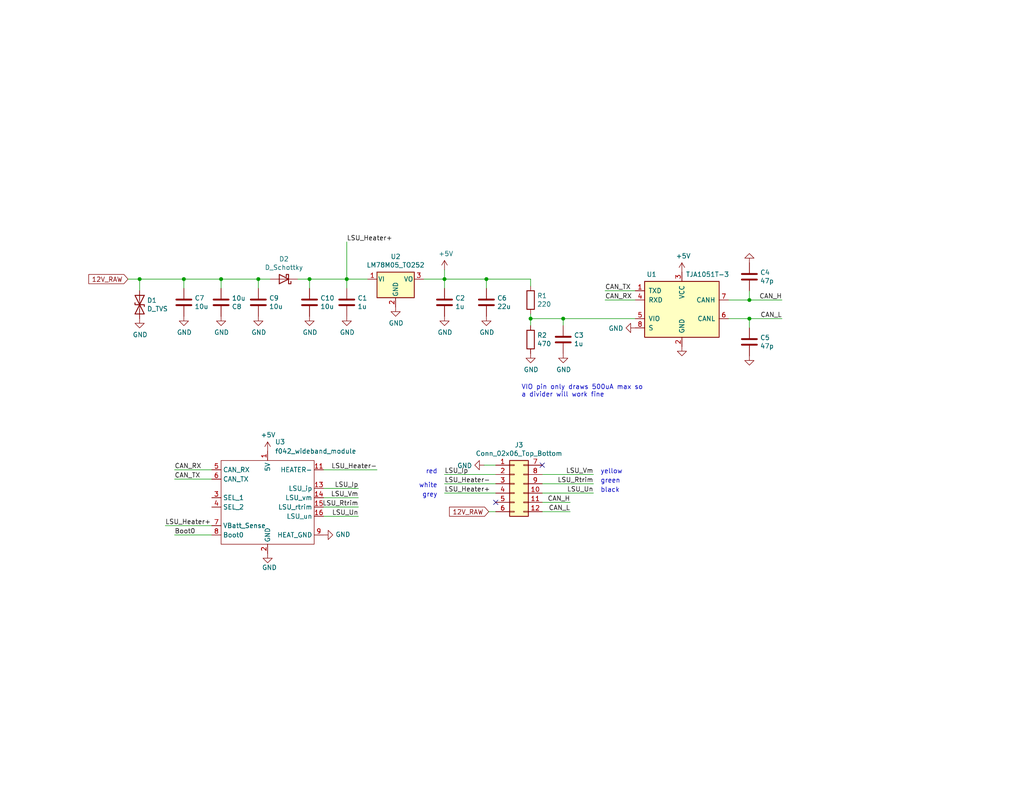
<source format=kicad_sch>
(kicad_sch (version 20211123) (generator eeschema)
  (paper "USLetter")
  (lib_symbols
    (symbol "Connector_Generic:Conn_02x06_Top_Bottom" (pin_names (offset 1.016) hide)
      (property "Reference" "J" (at 1.27 7.62 0))
      (property "Value" "Conn_02x06_Top_Bottom" (at 1.27 -10.16 0))
      (symbol "Conn_02x06_Top_Bottom_1_1"
        (rectangle (start -1.27 -7.493) (end 0 -7.747) (stroke (width 0.1524)))
        (rectangle (start -1.27 -4.953) (end 0 -5.207) (stroke (width 0.1524)))
        (rectangle (start -1.27 -2.413) (end 0 -2.667) (stroke (width 0.1524)))
        (rectangle (start -1.27 0.127) (end 0 -0.127) (stroke (width 0.1524)))
        (rectangle (start -1.27 2.667) (end 0 2.413) (stroke (width 0.1524)))
        (rectangle (start -1.27 5.207) (end 0 4.953) (stroke (width 0.1524)))
        (rectangle (start -1.27 6.35) (end 3.81 -8.89) (stroke (width 0.254)) (fill (type background)))
        (rectangle (start 3.81 -7.493) (end 2.54 -7.747) (stroke (width 0.1524)))
        (rectangle (start 3.81 -4.953) (end 2.54 -5.207) (stroke (width 0.1524)))
        (rectangle (start 3.81 -2.413) (end 2.54 -2.667) (stroke (width 0.1524)))
        (rectangle (start 3.81 0.127) (end 2.54 -0.127) (stroke (width 0.1524)))
        (rectangle (start 3.81 2.667) (end 2.54 2.413) (stroke (width 0.1524)))
        (rectangle (start 3.81 5.207) (end 2.54 4.953) (stroke (width 0.1524)))
        (pin passive line (at -5.08 5.08 0) (length 3.81) (name "Pin_1") (number "1"))
        (pin passive line (at 7.62 -2.54 180) (length 3.81) (name "Pin_10") (number "10"))
        (pin passive line (at 7.62 -5.08 180) (length 3.81) (name "Pin_11") (number "11"))
        (pin passive line (at 7.62 -7.62 180) (length 3.81) (name "Pin_12") (number "12"))
        (pin passive line (at -5.08 2.54 0) (length 3.81) (name "Pin_2") (number "2"))
        (pin passive line (at -5.08 0 0) (length 3.81) (name "Pin_3") (number "3"))
        (pin passive line (at -5.08 -2.54 0) (length 3.81) (name "Pin_4") (number "4"))
        (pin passive line (at -5.08 -5.08 0) (length 3.81) (name "Pin_5") (number "5"))
        (pin passive line (at -5.08 -7.62 0) (length 3.81) (name "Pin_6") (number "6"))
        (pin passive line (at 7.62 5.08 180) (length 3.81) (name "Pin_7") (number "7"))
        (pin passive line (at 7.62 2.54 180) (length 3.81) (name "Pin_8") (number "8"))
        (pin passive line (at 7.62 0 180) (length 3.81) (name "Pin_9") (number "9"))
      )
    )
    (symbol "Device:C" (pin_numbers hide) (pin_names (offset 0.254))
      (property "Reference" "C" (at 0.635 2.54 0))
      (property "Value" "C" (at 0.635 -2.54 0))
      (symbol "C_0_1"
        (polyline (pts (xy -2.032 -0.762) (xy 2.032 -0.762)) (stroke (width 0.508)))
        (polyline (pts (xy -2.032 0.762) (xy 2.032 0.762)) (stroke (width 0.508)))
      )
      (symbol "C_1_1"
        (pin passive line (at 0 3.81 270) (length 2.794) (name "~") (number "1"))
        (pin passive line (at 0 -3.81 90) (length 2.794) (name "~") (number "2"))
      )
    )
    (symbol "Device:D_Schottky" (pin_numbers hide) (pin_names (offset 1.016) hide)
      (property "Reference" "D" (at 0 2.54 0))
      (property "Value" "D_Schottky" (at 0 -2.54 0))
      (symbol "D_Schottky_0_1"
        (polyline (pts (xy 1.27 0) (xy -1.27 0)))
        (polyline (pts (xy 1.27 1.27) (xy 1.27 -1.27) (xy -1.27 0) (xy 1.27 1.27)) (stroke (width 0.254)))
        (polyline (pts (xy -1.905 0.635) (xy -1.905 1.27) (xy -1.27 1.27) (xy -1.27 -1.27) (xy -0.635 -1.27) (xy -0.635 -0.635)) (stroke (width 0.254)))
      )
      (symbol "D_Schottky_1_1"
        (pin passive line (at -3.81 0 0) (length 2.54) (name "K") (number "1"))
        (pin passive line (at 3.81 0 180) (length 2.54) (name "A") (number "2"))
      )
    )
    (symbol "Device:D_TVS" (pin_numbers hide) (pin_names (offset 1.016) hide)
      (property "Reference" "D" (at 0 2.54 0))
      (property "Value" "D_TVS" (at 0 -2.54 0))
      (symbol "D_TVS_0_1"
        (polyline (pts (xy 1.27 0) (xy -1.27 0)))
        (polyline (pts (xy 0.508 1.27) (xy 0 1.27) (xy 0 -1.27) (xy -0.508 -1.27)) (stroke (width 0.254)))
        (polyline (pts (xy -2.54 1.27) (xy -2.54 -1.27) (xy 2.54 1.27) (xy 2.54 -1.27) (xy -2.54 1.27)) (stroke (width 0.254)))
      )
      (symbol "D_TVS_1_1"
        (pin passive line (at -3.81 0 0) (length 2.54) (name "A1") (number "1"))
        (pin passive line (at 3.81 0 180) (length 2.54) (name "A2") (number "2"))
      )
    )
    (symbol "Device:R" (pin_numbers hide) (pin_names (offset 0))
      (property "Reference" "R" (at 2.032 0 90))
      (property "Value" "R" (at 0 0 90))
      (symbol "R_0_1"
        (rectangle (start -1.016 -2.54) (end 1.016 2.54) (stroke (width 0.254)))
      )
      (symbol "R_1_1"
        (pin passive line (at 0 3.81 270) (length 1.27) (name "~") (number "1"))
        (pin passive line (at 0 -3.81 90) (length 1.27) (name "~") (number "2"))
      )
    )
    (symbol "Interface_CAN_LIN:TJA1051T-3" (pin_names (offset 1.016))
      (property "Reference" "U" (at -10.16 8.89 0))
      (property "Value" "TJA1051T-3" (at 1.27 8.89 0))
      (symbol "TJA1051T-3_0_1"
        (rectangle (start -10.16 7.62) (end 10.16 -7.62) (stroke (width 0.254)) (fill (type background)))
      )
      (symbol "TJA1051T-3_1_1"
        (pin input line (at -12.7 5.08 0) (length 2.54) (name "TXD") (number "1"))
        (pin power_in line (at 0 -10.16 90) (length 2.54) (name "GND") (number "2"))
        (pin power_in line (at 0 10.16 270) (length 2.54) (name "VCC") (number "3"))
        (pin output line (at -12.7 2.54 0) (length 2.54) (name "RXD") (number "4"))
        (pin power_in line (at -12.7 -2.54 0) (length 2.54) (name "VIO") (number "5"))
        (pin bidirectional line (at 12.7 -2.54 180) (length 2.54) (name "CANL") (number "6"))
        (pin bidirectional line (at 12.7 2.54 180) (length 2.54) (name "CANH") (number "7"))
        (pin input line (at -12.7 -5.08 0) (length 2.54) (name "S") (number "8"))
      )
    )
    (symbol "Regulator_Linear:LM78M05_TO252" (pin_names (offset 0.254))
      (property "Reference" "U" (at -3.81 3.175 0))
      (property "Value" "LM78M05_TO252" (at 0 3.175 0))
      (symbol "LM78M05_TO252_0_1"
        (rectangle (start -5.08 1.905) (end 5.08 -5.08) (stroke (width 0.254)) (fill (type background)))
      )
      (symbol "LM78M05_TO252_1_1"
        (pin power_in line (at -7.62 0 0) (length 2.54) (name "VI") (number "1"))
        (pin power_in line (at 0 -7.62 90) (length 2.54) (name "GND") (number "2"))
        (pin power_out line (at 7.62 0 180) (length 2.54) (name "VO") (number "3"))
      )
    )
    (symbol "power:+5V" (power) (pin_names (offset 0))
      (property "Value" "+5V" (at 0 3.556 0))
      (symbol "+5V_0_1"
        (polyline (pts (xy -0.762 1.27) (xy 0 2.54)))
        (polyline (pts (xy 0 0) (xy 0 2.54)))
        (polyline (pts (xy 0 2.54) (xy 0.762 1.27)))
      )
      (symbol "+5V_1_1"
        (pin power_in line (at 0 0 90) (length 0) hide (name "+5V") (number "1"))
      )
    )
    (symbol "power:GND" (power) (pin_names (offset 0))
      (property "Value" "GND" (at 0 -3.81 0))
      (symbol "GND_0_1"
        (polyline (pts (xy 0 0) (xy 0 -1.27) (xy 1.27 -1.27) (xy 0 -2.54) (xy -1.27 -1.27) (xy 0 -1.27)))
      )
      (symbol "GND_1_1"
        (pin power_in line (at 0 0 270) (length 0) hide (name "GND") (number "1"))
      )
    )
    (symbol "wideband_module:f042_wideband_module"
      (property "Reference" "U" (at 5.08 -12.7 0))
      (property "Value" "f042_wideband_module" (at 12.7 12.7 0))
      (symbol "f042_wideband_module_0_1"
        (rectangle (start -12.7 11.43) (end 12.7 -11.43))
      )
      (symbol "f042_wideband_module_1_1"
        (pin power_in line (at 0 13.97 270) (length 2.54) (name "5V") (number "1"))
        (pin power_in line (at 15.24 -8.89 180) (length 2.54) hide (name "HEAT_GND2") (number "10"))
        (pin power_out line (at 15.24 8.89 180) (length 2.54) (name "HEATER-") (number "11"))
        (pin power_out line (at 15.24 8.89 180) (length 2.54) hide (name "HEATER-") (number "12"))
        (pin bidirectional line (at 15.24 3.81 180) (length 2.54) (name "LSU_ip") (number "13"))
        (pin bidirectional line (at 15.24 1.27 180) (length 2.54) (name "LSU_vm") (number "14"))
        (pin bidirectional line (at 15.24 -1.27 180) (length 2.54) (name "LSU_rtrim") (number "15"))
        (pin bidirectional line (at 15.24 -3.81 180) (length 2.54) (name "LSU_un") (number "16"))
        (pin power_in line (at 0 -13.97 90) (length 2.54) (name "GND") (number "2"))
        (pin input line (at -15.24 1.27 0) (length 2.54) (name "SEL_1") (number "3"))
        (pin input line (at -15.24 -1.27 0) (length 2.54) (name "SEL_2") (number "4"))
        (pin input line (at -15.24 8.89 0) (length 2.54) (name "CAN_RX") (number "5"))
        (pin output line (at -15.24 6.35 0) (length 2.54) (name "CAN_TX") (number "6"))
        (pin input line (at -15.24 -6.35 0) (length 2.54) (name "VBatt_Sense") (number "7"))
        (pin input line (at -15.24 -8.89 0) (length 2.54) (name "Boot0") (number "8"))
        (pin power_in line (at 15.24 -8.89 180) (length 2.54) (name "HEAT_GND") (number "9"))
      )
    )
  )
  (junction (at 204.47 81.915))
  (junction (at 50.165 76.2))
  (junction (at 70.485 76.2))
  (junction (at 84.455 76.2))
  (junction (at 153.67 86.995))
  (junction (at 204.47 86.995))
  (junction (at 60.325 76.2))
  (junction (at 121.285 76.2))
  (junction (at 132.715 76.2))
  (junction (at 144.78 86.995))
  (junction (at 94.615 76.2))
  (junction (at 38.1 76.2))
  (no_connect (at 147.955 127))
  (no_connect (at 135.255 137.16))
  (wire (pts (xy 88.265 135.89) (xy 97.79 135.89)))
  (wire (pts (xy 60.325 76.2) (xy 60.325 78.74)))
  (wire (pts (xy 88.265 140.97) (xy 97.79 140.97)))
  (wire (pts (xy 132.08 127) (xy 135.255 127)))
  (wire (pts (xy 133.35 139.7) (xy 135.255 139.7)))
  (wire (pts (xy 204.47 81.915) (xy 198.755 81.915)))
  (wire (pts (xy 121.285 129.54) (xy 135.255 129.54)))
  (wire (pts (xy 97.79 133.35) (xy 88.265 133.35)))
  (wire (pts (xy 144.78 85.725) (xy 144.78 86.995)))
  (wire (pts (xy 50.165 78.74) (xy 50.165 76.2)))
  (wire (pts (xy 153.67 88.9) (xy 153.67 86.995)))
  (wire (pts (xy 121.285 132.08) (xy 135.255 132.08)))
  (wire (pts (xy 121.285 76.2) (xy 121.285 78.74)))
  (wire (pts (xy 38.1 76.2) (xy 38.1 79.375)))
  (wire (pts (xy 135.255 134.62) (xy 121.285 134.62)))
  (wire (pts (xy 47.625 128.27) (xy 57.785 128.27)))
  (wire (pts (xy 213.36 86.995) (xy 204.47 86.995)))
  (wire (pts (xy 50.165 76.2) (xy 60.325 76.2)))
  (wire (pts (xy 94.615 66.04) (xy 94.615 76.2)))
  (wire (pts (xy 155.575 139.7) (xy 147.955 139.7)))
  (wire (pts (xy 34.925 76.2) (xy 38.1 76.2)))
  (wire (pts (xy 165.1 79.375) (xy 173.355 79.375)))
  (wire (pts (xy 144.78 86.995) (xy 144.78 88.9)))
  (wire (pts (xy 132.715 76.2) (xy 121.285 76.2)))
  (wire (pts (xy 147.955 129.54) (xy 161.925 129.54)))
  (wire (pts (xy 147.955 132.08) (xy 161.925 132.08)))
  (wire (pts (xy 144.78 76.2) (xy 132.715 76.2)))
  (wire (pts (xy 121.285 76.2) (xy 121.285 73.66)))
  (wire (pts (xy 144.78 78.105) (xy 144.78 76.2)))
  (wire (pts (xy 84.455 78.74) (xy 84.455 76.2)))
  (wire (pts (xy 213.36 81.915) (xy 204.47 81.915)))
  (wire (pts (xy 60.325 76.2) (xy 70.485 76.2)))
  (wire (pts (xy 84.455 76.2) (xy 94.615 76.2)))
  (wire (pts (xy 45.085 143.51) (xy 57.785 143.51)))
  (wire (pts (xy 204.47 86.995) (xy 204.47 89.535)))
  (wire (pts (xy 204.47 86.995) (xy 198.755 86.995)))
  (wire (pts (xy 153.67 86.995) (xy 173.355 86.995)))
  (wire (pts (xy 144.78 86.995) (xy 153.67 86.995)))
  (wire (pts (xy 204.47 79.375) (xy 204.47 81.915)))
  (wire (pts (xy 70.485 76.2) (xy 73.66 76.2)))
  (wire (pts (xy 70.485 78.74) (xy 70.485 76.2)))
  (wire (pts (xy 38.1 76.2) (xy 50.165 76.2)))
  (wire (pts (xy 173.355 81.915) (xy 165.1 81.915)))
  (wire (pts (xy 88.265 138.43) (xy 97.79 138.43)))
  (wire (pts (xy 100.33 76.2) (xy 94.615 76.2)))
  (wire (pts (xy 115.57 76.2) (xy 121.285 76.2)))
  (wire (pts (xy 47.625 146.05) (xy 57.785 146.05)))
  (wire (pts (xy 155.575 137.16) (xy 147.955 137.16)))
  (wire (pts (xy 94.615 78.74) (xy 94.615 76.2)))
  (wire (pts (xy 132.715 78.74) (xy 132.715 76.2)))
  (wire (pts (xy 47.625 130.81) (xy 57.785 130.81)))
  (wire (pts (xy 81.28 76.2) (xy 84.455 76.2)))
  (wire (pts (xy 147.955 134.62) (xy 161.925 134.62)))
  (wire (pts (xy 102.87 128.27) (xy 88.265 128.27)))
  (text "yellow" (at 163.83 129.54 0) (effects (font (size 1.27 1.27)) (justify left bottom)))
  (text "green" (at 163.83 132.08 0) (effects (font (size 1.27 1.27)) (justify left bottom)))
  (text "red" (at 119.38 129.54 180) (effects (font (size 1.27 1.27)) (justify right bottom)))
  (text "black" (at 163.83 134.62 0) (effects (font (size 1.27 1.27)) (justify left bottom)))
  (text "white" (at 119.38 133.35 180) (effects (font (size 1.27 1.27)) (justify right bottom)))
  (text "VIO pin only draws 500uA max so\na divider will work fine" (at 142.24 108.585 0) (effects (font (size 1.27 1.27)) (justify left bottom)))
  (text "grey" (at 119.38 135.89 180) (effects (font (size 1.27 1.27)) (justify right bottom)))
  (label "LSU_Ip" (at 121.285 129.54 0))
  (label "LSU_Un" (at 161.925 134.62 180))
  (label "LSU_Un" (at 97.79 140.97 180))
  (label "LSU_Heater+" (at 45.085 143.51 0))
  (label "CAN_RX" (at 47.625 128.27 0))
  (label "CAN_H" (at 213.36 81.915 180))
  (label "LSU_Rtrim" (at 161.925 132.08 180))
  (label "LSU_Heater-" (at 102.87 128.27 180))
  (label "LSU_Vm" (at 97.79 135.89 180))
  (label "CAN_H" (at 155.575 137.16 180))
  (label "CAN_TX" (at 165.1 79.375 0))
  (label "LSU_Heater+" (at 121.285 134.62 0))
  (label "CAN_L" (at 213.36 86.995 180))
  (label "Boot0" (at 47.625 146.05 0))
  (label "LSU_Vm" (at 161.925 129.54 180))
  (label "LSU_Heater-" (at 121.285 132.08 0))
  (label "LSU_Ip" (at 97.79 133.35 180))
  (label "CAN_RX" (at 165.1 81.915 0))
  (label "LSU_Heater+" (at 94.615 66.04 0))
  (label "CAN_TX" (at 47.625 130.81 0))
  (label "CAN_L" (at 155.575 139.7 180))
  (label "LSU_Rtrim" (at 97.79 138.43 180))
  (global_label "12V_RAW" (shape input) (at 133.35 139.7 180) (property "Intersheet References" "${INTERSHEET_REFS}" (effects hide)))
  (global_label "12V_RAW" (shape input) (at 34.925 76.2 180) (property "Intersheet References" "${INTERSHEET_REFS}" (effects hide)))
  (symbol (lib_id "power:GND") (at 186.055 94.615 0) (unit 1)
    (property "Reference" "#PWR0101" (effects hide))
    (property "Value" "GND" (effects hide))
  )
  (symbol (lib_id "Device:D_Schottky") (at 77.47 76.2 180) (unit 1)
    (property "Reference" "D2" (at 77.47 70.7136 0))
    (property "Value" "D_Schottky" (at 77.47 73.025 0))
    (property "Footprint" "Diode_SMD:D_SMA" (effects hide))
    (property "LCSC" "C22452" (effects hide))
  )
  (symbol (lib_id "Device:D_TVS") (at 38.1 83.185 270) (unit 1)
    (property "Reference" "D1" (at 40.1066 82.0166 90) (effects (justify left)))
    (property "Value" "D_TVS" (at 40.1066 84.328 90) (effects (justify left)))
    (property "Footprint" "Diode_SMD:D_SMC" (effects hide))
    (property "LCSC" "C151279" (effects hide))
  )
  (symbol (lib_id "power:GND") (at 38.1 86.995 0) (unit 1)
    (property "Reference" "#PWR0102" (effects hide))
    (property "Value" "GND" (at 38.227 91.3892 0))
  )
  (symbol (lib_id "Device:C") (at 94.615 82.55 0) (unit 1)
    (property "Reference" "C1" (at 97.536 81.3816 0) (effects (justify left)))
    (property "Value" "1u" (at 97.536 83.693 0) (effects (justify left)))
    (property "Footprint" "Capacitor_SMD:C_0603_1608Metric" (effects hide))
    (property "LCSC" "C15849" (effects hide))
  )
  (symbol (lib_id "power:GND") (at 94.615 86.36 0) (unit 1)
    (property "Reference" "#PWR0103" (effects hide))
    (property "Value" "GND" (at 94.742 90.7542 0))
  )
  (symbol (lib_id "Regulator_Linear:LM78M05_TO252") (at 107.95 76.2 0) (unit 1)
    (property "Reference" "U2" (at 107.95 70.0532 0))
    (property "Value" "LM78M05_TO252" (at 107.95 72.3646 0))
    (property "Footprint" "Package_TO_SOT_SMD:TO-252-2" (effects hide))
    (property "Datasheet" "http://www.fairchildsemi.com/ds/LM/LM78M05.pdf" (effects hide))
    (property "LCSC" "C58069" (effects hide))
  )
  (symbol (lib_id "power:GND") (at 107.95 83.82 0) (unit 1)
    (property "Reference" "#PWR0104" (effects hide))
    (property "Value" "GND" (at 108.077 88.2142 0))
  )
  (symbol (lib_id "power:+5V") (at 121.285 73.66 0) (unit 1)
    (property "Reference" "#PWR0105" (effects hide))
    (property "Value" "+5V" (at 121.666 69.2658 0))
  )
  (symbol (lib_id "Interface_CAN_LIN:TJA1051T-3") (at 186.055 84.455 0) (unit 1)
    (property "Reference" "U1" (at 177.8 74.93 0))
    (property "Value" "TJA1051T-3" (at 193.04 74.93 0))
    (property "Footprint" "Package_SO:SOIC-8_3.9x4.9mm_P1.27mm" (effects hide))
    (property "Datasheet" "http://www.nxp.com/documents/data_sheet/TJA1051.pdf" (effects hide))
    (property "LCSC" "C38695" (effects hide))
  )
  (symbol (lib_id "power:+5V") (at 186.055 74.295 0) (unit 1)
    (property "Reference" "#PWR0106" (effects hide))
    (property "Value" "+5V" (at 186.436 69.9008 0))
  )
  (symbol (lib_id "power:GND") (at 173.355 89.535 270) (unit 1)
    (property "Reference" "#PWR0107" (effects hide))
    (property "Value" "GND" (at 170.1038 89.662 90) (effects (justify right)))
  )
  (symbol (lib_id "Device:C") (at 121.285 82.55 0) (unit 1)
    (property "Reference" "C2" (at 124.206 81.3816 0) (effects (justify left)))
    (property "Value" "1u" (at 124.206 83.693 0) (effects (justify left)))
    (property "Footprint" "Capacitor_SMD:C_0603_1608Metric" (effects hide))
    (property "LCSC" "C15849" (effects hide))
  )
  (symbol (lib_id "power:GND") (at 121.285 86.36 0) (unit 1)
    (property "Reference" "#PWR0109" (effects hide))
    (property "Value" "GND" (at 121.412 90.7542 0))
  )
  (symbol (lib_id "Device:R") (at 144.78 81.915 0) (unit 1)
    (property "Reference" "R1" (at 146.558 80.7466 0) (effects (justify left)))
    (property "Value" "220" (at 146.558 83.058 0) (effects (justify left)))
    (property "Footprint" "Resistor_SMD:R_0603_1608Metric" (effects hide))
    (property "LCSC" "C22962" (effects hide))
  )
  (symbol (lib_id "Device:R") (at 144.78 92.71 0) (unit 1)
    (property "Reference" "R2" (at 146.558 91.5416 0) (effects (justify left)))
    (property "Value" "470" (at 146.558 93.853 0) (effects (justify left)))
    (property "Footprint" "Resistor_SMD:R_0603_1608Metric" (effects hide))
    (property "LCSC" "C23179" (effects hide))
  )
  (symbol (lib_id "power:GND") (at 144.78 96.52 0) (unit 1)
    (property "Reference" "#PWR0108" (effects hide))
    (property "Value" "GND" (at 144.907 100.9142 0))
  )
  (symbol (lib_id "Device:C") (at 153.67 92.71 0) (unit 1)
    (property "Reference" "C3" (at 156.591 91.5416 0) (effects (justify left)))
    (property "Value" "1u" (at 156.591 93.853 0) (effects (justify left)))
    (property "Footprint" "Capacitor_SMD:C_0603_1608Metric" (effects hide))
    (property "LCSC" "C15849" (effects hide))
  )
  (symbol (lib_id "power:GND") (at 153.67 96.52 0) (unit 1)
    (property "Reference" "#PWR0110" (effects hide))
    (property "Value" "GND" (at 153.797 100.9142 0))
  )
  (symbol (lib_id "power:+5V") (at 73.025 123.19 0) (unit 1)
    (property "Reference" "#PWR0111" (effects hide))
    (property "Value" "+5V" (at 71.12 118.745 0) (effects (justify left)))
  )
  (symbol (lib_id "power:GND") (at 73.025 151.13 0) (unit 1)
    (property "Reference" "#PWR0112" (effects hide))
    (property "Value" "GND" (at 75.565 154.94 0) (effects (justify right)))
  )
  (symbol (lib_id "power:GND") (at 88.265 146.05 90) (unit 1)
    (property "Reference" "#PWR0113" (effects hide))
    (property "Value" "GND" (at 91.5162 145.923 90) (effects (justify right)))
  )
  (symbol (lib_id "Device:C") (at 204.47 75.565 0) (unit 1)
    (property "Reference" "C4" (at 207.391 74.3966 0) (effects (justify left)))
    (property "Value" "47p" (at 207.391 76.708 0) (effects (justify left)))
    (property "Footprint" "Capacitor_SMD:C_0402_1005Metric" (effects hide))
    (property "LCSC" "C1567" (effects hide))
  )
  (symbol (lib_id "Device:C") (at 204.47 93.345 0) (unit 1)
    (property "Reference" "C5" (at 207.391 92.1766 0) (effects (justify left)))
    (property "Value" "47p" (at 207.391 94.488 0) (effects (justify left)))
    (property "Footprint" "Capacitor_SMD:C_0402_1005Metric" (effects hide))
    (property "LCSC" "C1567" (effects hide))
  )
  (symbol (lib_id "power:GND") (at 204.47 97.155 0) (unit 1)
    (property "Reference" "#PWR0114" (effects hide))
    (property "Value" "GND" (effects hide))
  )
  (symbol (lib_id "power:GND") (at 204.47 71.755 180) (unit 1)
    (property "Reference" "#PWR0116" (effects hide))
    (property "Value" "GND" (effects hide))
  )
  (symbol (lib_id "Connector_Generic:Conn_02x06_Top_Bottom") (at 140.335 132.08 0) (unit 1)
    (property "Reference" "J3" (at 141.605 121.4882 0))
    (property "Value" "Conn_02x06_Top_Bottom" (at 141.605 123.7996 0))
    (property "Footprint" "mx120:mx120g-12" (effects hide))
  )
  (symbol (lib_id "power:GND") (at 132.08 127 270) (unit 1)
    (property "Reference" "#PWR0115" (effects hide))
    (property "Value" "GND" (at 128.8288 127.127 90) (effects (justify right)))
  )
  (symbol (lib_id "Device:C") (at 132.715 82.55 0) (unit 1)
    (property "Reference" "C6" (at 135.636 81.3816 0) (effects (justify left)))
    (property "Value" "22u" (at 135.636 83.693 0) (effects (justify left)))
    (property "Footprint" "Capacitor_SMD:C_0805_2012Metric" (effects hide))
    (property "LCSC" "C45783" (effects hide))
  )
  (symbol (lib_id "power:GND") (at 132.715 86.36 0) (unit 1)
    (property "Reference" "#PWR0117" (effects hide))
    (property "Value" "GND" (at 132.842 90.7542 0))
  )
  (symbol (lib_id "Device:C") (at 50.165 82.55 0) (unit 1)
    (property "Reference" "C7" (at 53.086 81.3816 0) (effects (justify left)))
    (property "Value" "10u" (at 53.086 83.693 0) (effects (justify left)))
    (property "Footprint" "Capacitor_SMD:C_1206_3216Metric" (effects hide))
    (property "LCSC" "C13585" (effects hide))
  )
  (symbol (lib_id "Device:C") (at 70.485 82.55 0) (unit 1)
    (property "Reference" "C9" (at 73.406 81.3816 0) (effects (justify left)))
    (property "Value" "10u" (at 73.406 83.693 0) (effects (justify left)))
    (property "Footprint" "Capacitor_SMD:C_1206_3216Metric" (effects hide))
    (property "LCSC" "C13585" (effects hide))
  )
  (symbol (lib_id "Device:C") (at 60.325 82.55 0) (mirror x) (unit 1)
    (property "Reference" "C8" (at 63.246 83.7184 0) (effects (justify left)))
    (property "Value" "10u" (at 63.246 81.407 0) (effects (justify left)))
    (property "Footprint" "Capacitor_SMD:C_1206_3216Metric" (effects hide))
    (property "LCSC" "C13585" (effects hide))
  )
  (symbol (lib_id "power:GND") (at 70.485 86.36 0) (unit 1)
    (property "Reference" "#PWR0118" (effects hide))
    (property "Value" "GND" (at 70.612 90.7542 0))
  )
  (symbol (lib_id "power:GND") (at 60.325 86.36 0) (unit 1)
    (property "Reference" "#PWR0119" (effects hide))
    (property "Value" "GND" (at 60.452 90.7542 0))
  )
  (symbol (lib_id "power:GND") (at 50.165 86.36 0) (unit 1)
    (property "Reference" "#PWR0120" (effects hide))
    (property "Value" "GND" (at 50.292 90.7542 0))
  )
  (symbol (lib_id "Device:C") (at 84.455 82.55 0) (unit 1)
    (property "Reference" "C10" (at 87.376 81.3816 0) (effects (justify left)))
    (property "Value" "10u" (at 87.376 83.693 0) (effects (justify left)))
    (property "Footprint" "Capacitor_SMD:C_1206_3216Metric" (effects hide))
    (property "LCSC" "C13585" (effects hide))
  )
  (symbol (lib_id "power:GND") (at 84.455 86.36 0) (unit 1)
    (property "Reference" "#PWR0121" (effects hide))
    (property "Value" "GND" (at 84.582 90.7542 0))
  )
  (symbol (lib_id "wideband_module:f042_wideband_module") (at 73.025 137.16 0) (unit 1)
    (property "Reference" "U3" (at 75.0444 120.65 0) (effects (justify left)))
    (property "Value" "f042_wideband_module" (at 75.0444 123.19 0) (effects (justify left)))
    (property "Footprint" "wideband_module:f042_wideband_module" (effects hide))
  )
)
</source>
